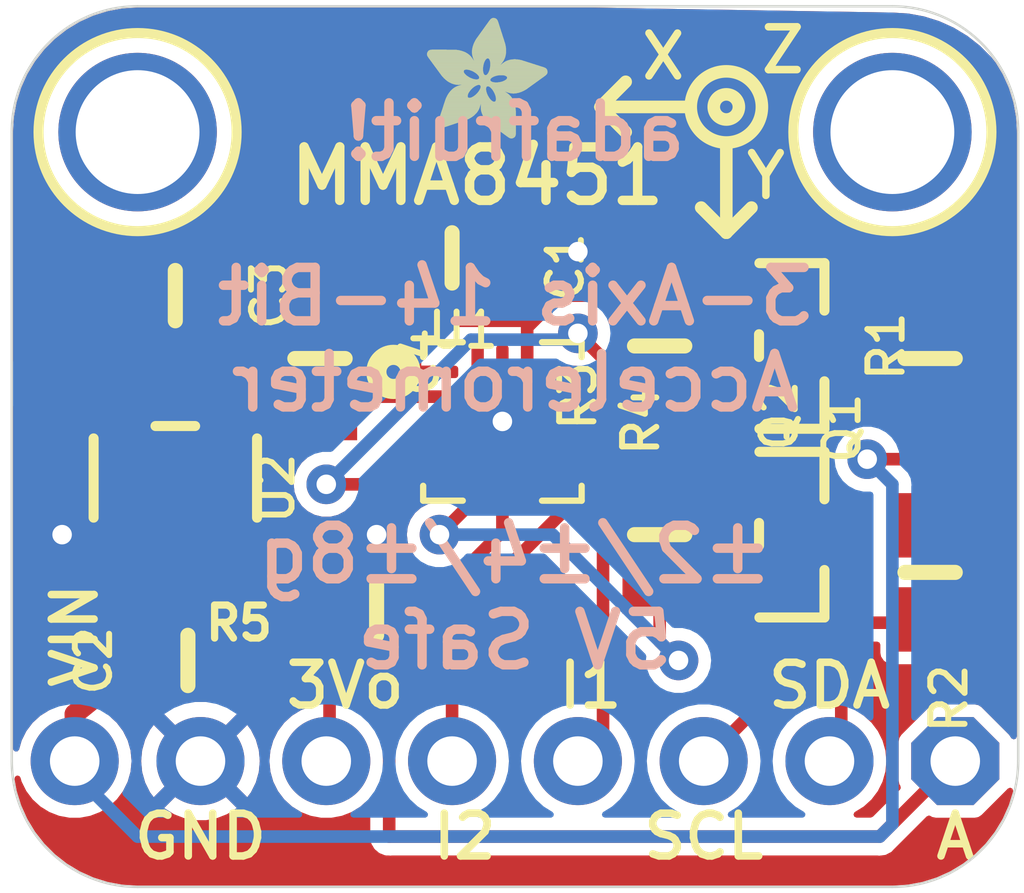
<source format=kicad_pcb>
(kicad_pcb (version 20221018) (generator pcbnew)
  (layers (0 "F.Cu" signal) (31 "B.Cu" signal) (34 "B.Paste" user) (35 "F.Paste" user) (36 "B.SilkS" user "B.Silkscreen") (37 "F.SilkS" user "F.Silkscreen") (38 "B.Mask" user) (39 "F.Mask" user) (44 "Edge.Cuts" user))
  (net 0 "")
  (net 1 "GND")
  (net 2 "SDA_3.3V")
  (net 3 "SCL_3.3V")
  (net 4 "SDA")
  (net 5 "SCL")
  (net 6 "+3V3")
  (net 7 "VIN")
  (net 8 "INT1")
  (net 9 "INT2")
  (net 10 "N$1")
  (net 11 "SA0")
  (footprint "working:0805-NO" (layer "F.Cu") (at 147.2311 101.1936)
    (fp_text reference "C1" (at 2.286 -0.5715 90) (layer "F.SilkS") (effects (font (size 0.692831 0.692831) (thickness 0.119969)) (justify right)))
    (fp_text value "0.1uF")
    (pad "1" smd rect (at -0.95 0) (size 1.3 1.5) (layers "F.Cu" "F.Paste" "F.Mask") (net 6 "+3V3"))
    (pad "2" smd rect (at 0.95 0) (size 1.3 1.5) (layers "F.Cu" "F.Paste" "F.Mask") (net 1 "GND"))
  )
  (footprint "working:MOUNTINGHOLE_2.5_PLATED" (layer "F.Cu") (at 156.1211 98.6536)
    (fp_text reference "U$6" hide)
    (fp_text value "MOUNTINGHOLE2.5" hide)
    (pad "P$1" thru_hole circle (at 0 0) (size 3.2 3.2) (drill 2.5) (layers "*.Cu" "*.Mask"))
    (zone (net 0) (net_name "") (layer "F.Cu") (connect_pads (clearance 0)) (min_thickness 0.25)
      (keepout (tracks not_allowed) (vias not_allowed) (pads not_allowed) (copperpour not_allowed) (footprints allowed))
      (fill (thermal_gap 0.5) (thermal_bridge_width 0.5))
      (polygon (pts (xy 158.1371 98.6536) (xy 158.11748 98.373027) (xy 158.059004 98.097915) (xy 157.962808 97.833619) (xy 157.830765 97.585283) (xy 157.665446 97.35774) (xy 157.470067 97.15542) (xy 157.248433 96.98226) (xy 157.004856 96.841631) (xy 156.744078 96.73627) (xy 156.471175 96.668228) (xy 156.191457 96.638828) (xy 155.910371 96.648644) (xy 155.633385 96.697484) (xy 155.365893 96.784397) (xy 155.1131 96.907693) (xy 154.879926 97.06497) (xy 154.670911 97.253169) (xy 154.490122 97.468625) (xy 154.341078 97.707145) (xy 154.22668 97.964087) (xy 154.149154 98.23445) (xy 154.110011 98.512971) (xy 154.110011 98.794229) (xy 154.149154 99.07275) (xy 154.22668 99.343113) (xy 154.341078 99.600055) (xy 154.490122 99.838575) (xy 154.670911 100.054031) (xy 154.879926 100.24223) (xy 155.1131 100.399507) (xy 155.365893 100.522803) (xy 155.633385 100.609716) (xy 155.910371 100.658556) (xy 156.191457 100.668372) (xy 156.471175 100.638972) (xy 156.744078 100.57093) (xy 157.004856 100.465569) (xy 157.248433 100.32494) (xy 157.470067 100.15178) (xy 157.665446 99.94946) (xy 157.830765 99.721917) (xy 157.962808 99.473581) (xy 158.059004 99.209285) (xy 158.11748 98.934173)))
      (polygon (pts (xy 156.1051 98.6536) (xy 156.109786 98.664914) (xy 156.1211 98.6696) (xy 156.132414 98.664914) (xy 156.1371 98.6536) (xy 156.132414 98.642286) (xy 156.1211 98.6376) (xy 156.109786 98.642286)))
    )
    (zone (net 0) (net_name "") (layer "B.Cu") (connect_pads (clearance 0)) (min_thickness 0.25)
      (keepout (tracks not_allowed) (vias not_allowed) (pads not_allowed) (copperpour not_allowed) (footprints allowed))
      (fill (thermal_gap 0.5) (thermal_bridge_width 0.5))
      (polygon (pts (xy 158.1371 98.6536) (xy 158.11748 98.373027) (xy 158.059004 98.097915) (xy 157.962808 97.833619) (xy 157.830765 97.585283) (xy 157.665446 97.35774) (xy 157.470067 97.15542) (xy 157.248433 96.98226) (xy 157.004856 96.841631) (xy 156.744078 96.73627) (xy 156.471175 96.668228) (xy 156.191457 96.638828) (xy 155.910371 96.648644) (xy 155.633385 96.697484) (xy 155.365893 96.784397) (xy 155.1131 96.907693) (xy 154.879926 97.06497) (xy 154.670911 97.253169) (xy 154.490122 97.468625) (xy 154.341078 97.707145) (xy 154.22668 97.964087) (xy 154.149154 98.23445) (xy 154.110011 98.512971) (xy 154.110011 98.794229) (xy 154.149154 99.07275) (xy 154.22668 99.343113) (xy 154.341078 99.600055) (xy 154.490122 99.838575) (xy 154.670911 100.054031) (xy 154.879926 100.24223) (xy 155.1131 100.399507) (xy 155.365893 100.522803) (xy 155.633385 100.609716) (xy 155.910371 100.658556) (xy 156.191457 100.668372) (xy 156.471175 100.638972) (xy 156.744078 100.57093) (xy 157.004856 100.465569) (xy 157.248433 100.32494) (xy 157.470067 100.15178) (xy 157.665446 99.94946) (xy 157.830765 99.721917) (xy 157.962808 99.473581) (xy 158.059004 99.209285) (xy 158.11748 98.934173)))
      (polygon (pts (xy 156.1051 98.6536) (xy 156.109786 98.664914) (xy 156.1211 98.6696) (xy 156.132414 98.664914) (xy 156.1371 98.6536) (xy 156.132414 98.642286) (xy 156.1211 98.6376) (xy 156.109786 98.642286)))
    )
  )
  (footprint "working:0805-NO" (layer "F.Cu") (at 151.4221 102.9716 90)
    (fp_text reference "R3" (at -0.254 -1.651 90) (layer "F.SilkS") (effects (font (size 0.692831 0.692831) (thickness 0.119969)) (justify right)))
    (fp_text value "10K")
    (pad "1" smd rect (at -0.95 0 90) (size 1.3 1.5) (layers "F.Cu" "F.Paste" "F.Mask") (net 3 "SCL_3.3V"))
    (pad "2" smd rect (at 0.95 0 90) (size 1.3 1.5) (layers "F.Cu" "F.Paste" "F.Mask") (net 6 "+3V3"))
  )
  (footprint "working:0805-NO" (layer "F.Cu") (at 151.4221 106.7816 -90)
    (fp_text reference "R4" (at -3.048 0.381 90) (layer "F.SilkS") (effects (font (size 0.692831 0.692831) (thickness 0.119969)) (justify right)))
    (fp_text value "10K")
    (pad "1" smd rect (at -0.95 0 270) (size 1.3 1.5) (layers "F.Cu" "F.Paste" "F.Mask") (net 6 "+3V3"))
    (pad "2" smd rect (at 0.95 0 270) (size 1.3 1.5) (layers "F.Cu" "F.Paste" "F.Mask") (net 2 "SDA_3.3V"))
  )
  (footprint "working:1X08_ROUND_70" (layer "F.Cu") (at 148.5011 111.3536 180)
    (fp_text reference "JP1" hide)
    (fp_text value "")
    (pad "1" thru_hole roundrect (at -8.89 0 270) (size 1.778 1.778) (drill 1) (layers "*.Cu" "*.Mask") (chamfer_ratio 0.2928932188) (chamfer top_left top_right bottom_left bottom_right) (net 11 "SA0"))
    (pad "2" thru_hole circle (at -6.35 0 270) (size 1.778 1.778) (drill 1) (layers "*.Cu" "*.Mask") (net 4 "SDA"))
    (pad "3" thru_hole circle (at -3.81 0 270) (size 1.778 1.778) (drill 1) (layers "*.Cu" "*.Mask") (net 5 "SCL"))
    (pad "4" thru_hole circle (at -1.27 0 270) (size 1.778 1.778) (drill 1) (layers "*.Cu" "*.Mask") (net 8 "INT1"))
    (pad "5" thru_hole circle (at 1.27 0 270) (size 1.778 1.778) (drill 1) (layers "*.Cu" "*.Mask") (net 9 "INT2"))
    (pad "6" thru_hole circle (at 3.81 0 270) (size 1.778 1.778) (drill 1) (layers "*.Cu" "*.Mask") (net 6 "+3V3"))
    (pad "7" thru_hole circle (at 6.35 0 270) (size 1.778 1.778) (drill 1) (layers "*.Cu" "*.Mask") (net 1 "GND"))
    (pad "8" thru_hole circle (at 8.89 0 270) (size 1.778 1.778) (drill 1) (layers "*.Cu" "*.Mask") (net 7 "VIN"))
  )
  (footprint "working:SOT23-5" (layer "F.Cu") (at 141.6431 105.6386)
    (fp_text reference "U2" (at 2.032 -0.562 90) (layer "F.SilkS") (effects (font (size 0.692831 0.692831) (thickness 0.119969)) (justify right)))
    (fp_text value "MIC5225-3.3")
    (pad "1" smd rect (at -0.95 1.3001) (size 0.55 1.2) (layers "F.Cu" "F.Paste" "F.Mask") (net 7 "VIN"))
    (pad "2" smd rect (at 0 1.3001) (size 0.55 1.2) (layers "F.Cu" "F.Paste" "F.Mask") (net 1 "GND"))
    (pad "3" smd rect (at 0.95 1.3001) (size 0.55 1.2) (layers "F.Cu" "F.Paste" "F.Mask") (net 7 "VIN"))
    (pad "4" smd rect (at 0.95 -1.3001) (size 0.55 1.2) (layers "F.Cu" "F.Paste" "F.Mask"))
    (pad "5" smd rect (at -0.95 -1.3001) (size 0.55 1.2) (layers "F.Cu" "F.Paste" "F.Mask") (net 6 "+3V3"))
  )
  (footprint "working:MOUNTINGHOLE_2.5_PLATED" (layer "F.Cu") (at 140.8811 98.6536)
    (fp_text reference "U$3" hide)
    (fp_text value "MOUNTINGHOLE2.5" hide)
    (pad "P$1" thru_hole circle (at 0 0) (size 3.2 3.2) (drill 2.5) (layers "*.Cu" "*.Mask"))
    (zone (net 0) (net_name "") (layer "F.Cu") (connect_pads (clearance 0)) (min_thickness 0.25)
      (keepout (tracks not_allowed) (vias not_allowed) (pads not_allowed) (copperpour not_allowed) (footprints allowed))
      (fill (thermal_gap 0.5) (thermal_bridge_width 0.5))
      (polygon (pts (xy 142.8971 98.6536) (xy 142.87748 98.373027) (xy 142.819004 98.097915) (xy 142.722808 97.833619) (xy 142.590765 97.585283) (xy 142.425446 97.35774) (xy 142.230067 97.15542) (xy 142.008433 96.98226) (xy 141.764856 96.841631) (xy 141.504078 96.73627) (xy 141.231175 96.668228) (xy 140.951457 96.638828) (xy 140.670371 96.648644) (xy 140.393385 96.697484) (xy 140.125893 96.784397) (xy 139.8731 96.907693) (xy 139.639926 97.06497) (xy 139.430911 97.253169) (xy 139.250122 97.468625) (xy 139.101078 97.707145) (xy 138.98668 97.964087) (xy 138.909154 98.23445) (xy 138.870011 98.512971) (xy 138.870011 98.794229) (xy 138.909154 99.07275) (xy 138.98668 99.343113) (xy 139.101078 99.600055) (xy 139.250122 99.838575) (xy 139.430911 100.054031) (xy 139.639926 100.24223) (xy 139.8731 100.399507) (xy 140.125893 100.522803) (xy 140.393385 100.609716) (xy 140.670371 100.658556) (xy 140.951457 100.668372) (xy 141.231175 100.638972) (xy 141.504078 100.57093) (xy 141.764856 100.465569) (xy 142.008433 100.32494) (xy 142.230067 100.15178) (xy 142.425446 99.94946) (xy 142.590765 99.721917) (xy 142.722808 99.473581) (xy 142.819004 99.209285) (xy 142.87748 98.934173)))
      (polygon (pts (xy 140.8651 98.6536) (xy 140.869786 98.664914) (xy 140.8811 98.6696) (xy 140.892414 98.664914) (xy 140.8971 98.6536) (xy 140.892414 98.642286) (xy 140.8811 98.6376) (xy 140.869786 98.642286)))
    )
    (zone (net 0) (net_name "") (layer "B.Cu") (connect_pads (clearance 0)) (min_thickness 0.25)
      (keepout (tracks not_allowed) (vias not_allowed) (pads not_allowed) (copperpour not_allowed) (footprints allowed))
      (fill (thermal_gap 0.5) (thermal_bridge_width 0.5))
      (polygon (pts (xy 142.8971 98.6536) (xy 142.87748 98.373027) (xy 142.819004 98.097915) (xy 142.722808 97.833619) (xy 142.590765 97.585283) (xy 142.425446 97.35774) (xy 142.230067 97.15542) (xy 142.008433 96.98226) (xy 141.764856 96.841631) (xy 141.504078 96.73627) (xy 141.231175 96.668228) (xy 140.951457 96.638828) (xy 140.670371 96.648644) (xy 140.393385 96.697484) (xy 140.125893 96.784397) (xy 139.8731 96.907693) (xy 139.639926 97.06497) (xy 139.430911 97.253169) (xy 139.250122 97.468625) (xy 139.101078 97.707145) (xy 138.98668 97.964087) (xy 138.909154 98.23445) (xy 138.870011 98.512971) (xy 138.870011 98.794229) (xy 138.909154 99.07275) (xy 138.98668 99.343113) (xy 139.101078 99.600055) (xy 139.250122 99.838575) (xy 139.430911 100.054031) (xy 139.639926 100.24223) (xy 139.8731 100.399507) (xy 140.125893 100.522803) (xy 140.393385 100.609716) (xy 140.670371 100.658556) (xy 140.951457 100.668372) (xy 141.231175 100.638972) (xy 141.504078 100.57093) (xy 141.764856 100.465569) (xy 142.008433 100.32494) (xy 142.230067 100.15178) (xy 142.425446 99.94946) (xy 142.590765 99.721917) (xy 142.722808 99.473581) (xy 142.819004 99.209285) (xy 142.87748 98.934173)))
      (polygon (pts (xy 140.8651 98.6536) (xy 140.869786 98.664914) (xy 140.8811 98.6696) (xy 140.892414 98.664914) (xy 140.8971 98.6536) (xy 140.892414 98.642286) (xy 140.8811 98.6376) (xy 140.869786 98.642286)))
    )
  )
  (footprint "working:0805-NO" (layer "F.Cu") (at 156.8831 103.2256 -90)
    (fp_text reference "R1" (at 0.508 0.889 90) (layer "F.SilkS") (effects (font (size 0.692831 0.692831) (thickness 0.119969)) (justify left)))
    (fp_text value "10K")
    (pad "1" smd rect (at -0.95 0 270) (size 1.3 1.5) (layers "F.Cu" "F.Paste" "F.Mask") (net 5 "SCL"))
    (pad "2" smd rect (at 0.95 0 270) (size 1.3 1.5) (layers "F.Cu" "F.Paste" "F.Mask") (net 7 "VIN"))
  )
  (footprint "working:FIDUCIAL_1MM" (layer "F.Cu") (at 139.1031 103.7336)
    (fp_text reference "FID1" hide)
    (fp_text value "FIDUCIAL\"\"" hide)
    (pad "1" smd roundrect (at 0 0) (size 1 1) (layers "F.Cu" "F.Mask") (roundrect_rratio 0.5))
  )
  (footprint "working:0805-NO" (layer "F.Cu") (at 141.6431 101.9556)
    (fp_text reference "C3" (at 1.905 -0.762 90) (layer "F.SilkS") (effects (font (size 0.692831 0.692831) (thickness 0.119969)) (justify right)))
    (fp_text value "10uF")
    (pad "1" smd rect (at -0.95 0) (size 1.3 1.5) (layers "F.Cu" "F.Paste" "F.Mask") (net 6 "+3V3"))
    (pad "2" smd rect (at 0.95 0) (size 1.3 1.5) (layers "F.Cu" "F.Paste" "F.Mask") (net 1 "GND"))
  )
  (footprint "working:FIDUCIAL_1MM" (layer "F.Cu") (at 149.1361 108.3056)
    (fp_text reference "FID2" hide)
    (fp_text value "FIDUCIAL\"\"" hide)
    (pad "1" smd roundrect (at 0 0) (size 1 1) (layers "F.Cu" "F.Mask") (roundrect_rratio 0.5))
  )
  (footprint "working:ADAFRUIT_2.5MM" (layer "F.Cu") (at 146.7231 98.7806)
    (fp_text reference "U$10" hide)
    (fp_text value "" hide)
  )
  (footprint "working:0805-NO" (layer "F.Cu") (at 141.8971 109.3216)
    (fp_text reference "C2" (at -1.905 0.762 90) (layer "F.SilkS") (effects (font (size 0.692831 0.692831) (thickness 0.119969)) (justify left)))
    (fp_text value "10uF")
    (pad "1" smd rect (at -0.95 0) (size 1.3 1.5) (layers "F.Cu" "F.Paste" "F.Mask") (net 7 "VIN"))
    (pad "2" smd rect (at 0.95 0) (size 1.3 1.5) (layers "F.Cu" "F.Paste" "F.Mask") (net 1 "GND"))
  )
  (footprint "working:SOT23-WIDE" (layer "F.Cu") (at 154.0891 106.7816 -90)
    (fp_text reference "Q2" (at -3.175 0.254 90) (layer "F.SilkS") (effects (font (size 0.692831 0.692831) (thickness 0.119969)) (justify right)))
    (fp_text value "BSS138")
    (pad "1" smd rect (at -0.95 1 270) (size 1 1.2) (layers "F.Cu" "F.Paste" "F.Mask") (net 6 "+3V3"))
    (pad "2" smd rect (at 0.95 1 270) (size 1 1.2) (layers "F.Cu" "F.Paste" "F.Mask") (net 2 "SDA_3.3V"))
    (pad "3" smd rect (at 0 -1 270) (size 1 1.2) (layers "F.Cu" "F.Paste" "F.Mask") (net 4 "SDA"))
  )
  (footprint "working:SOT23-WIDE" (layer "F.Cu") (at 154.0891 102.9716 -90)
    (fp_text reference "Q1" (at 0.889 -1.016 90) (layer "F.SilkS") (effects (font (size 0.692831 0.692831) (thickness 0.119969)) (justify right)))
    (fp_text value "BSS138")
    (pad "1" smd rect (at -0.95 1 270) (size 1 1.2) (layers "F.Cu" "F.Paste" "F.Mask") (net 6 "+3V3"))
    (pad "2" smd rect (at 0.95 1 270) (size 1 1.2) (layers "F.Cu" "F.Paste" "F.Mask") (net 3 "SCL_3.3V"))
    (pad "3" smd rect (at 0 -1 270) (size 1 1.2) (layers "F.Cu" "F.Paste" "F.Mask") (net 5 "SCL"))
  )
  (footprint "working:0805-NO" (layer "F.Cu") (at 145.7071 108.3056 180)
    (fp_text reference "R5" (at 2.032 0.127 180) (layer "F.SilkS") (effects (font (size 0.666496 0.666496) (thickness 0.146304)) (justify right top)))
    (fp_text value "10K")
    (pad "1" smd rect (at -0.95 0 180) (size 1.3 1.5) (layers "F.Cu" "F.Paste" "F.Mask") (net 11 "SA0"))
    (pad "2" smd rect (at 0.95 0 180) (size 1.3 1.5) (layers "F.Cu" "F.Paste" "F.Mask") (net 6 "+3V3"))
  )
  (footprint "working:MMA845X_QFN_16MM" (layer "F.Cu") (at 148.2471 104.4956)
    (fp_text reference "U1" (at -1.565 -1.84) (layer "F.SilkS") (effects (font (size 0.692831 0.692831) (thickness 0.119969)) (justify left)))
    (fp_text value "MMA8451")
    (pad "1" smd roundrect (at -1.2165 -1) (size 0.65 0.25) (layers "F.Cu" "F.Paste" "F.Mask") (net 6 "+3V3"))
    (pad "2" smd roundrect (at -1.2165 -0.5) (size 0.65 0.25) (layers "F.Cu" "F.Paste" "F.Mask") (net 10 "N$1"))
    (pad "3" smd roundrect (at -1.2165 0) (size 0.65 0.25) (layers "F.Cu" "F.Paste" "F.Mask"))
    (pad "4" smd roundrect (at -1.2165 0.5) (size 0.65 0.25) (layers "F.Cu" "F.Paste" "F.Mask") (net 3 "SCL_3.3V"))
    (pad "5" smd roundrect (at -1.2165 1) (size 0.65 0.25) (layers "F.Cu" "F.Paste" "F.Mask") (net 1 "GND"))
    (pad "6" smd roundrect (at -0.5 1.2165 90) (size 0.65 0.25) (layers "F.Cu" "F.Paste" "F.Mask") (net 2 "SDA_3.3V"))
    (pad "7" smd roundrect (at 0 1.2165 90) (size 0.65 0.25) (layers "F.Cu" "F.Paste" "F.Mask") (net 11 "SA0"))
    (pad "8" smd roundrect (at 0.5 1.2165 90) (size 0.65 0.25) (layers "F.Cu" "F.Paste" "F.Mask"))
    (pad "9" smd roundrect (at 1.2165 1 180) (size 0.65 0.25) (layers "F.Cu" "F.Paste" "F.Mask") (net 9 "INT2"))
    (pad "10" smd roundrect (at 1.2165 0.5 180) (size 0.65 0.25) (layers "F.Cu" "F.Paste" "F.Mask") (net 1 "GND"))
    (pad "11" smd roundrect (at 1.2165 0 180) (size 0.65 0.25) (layers "F.Cu" "F.Paste" "F.Mask") (net 8 "INT1"))
    (pad "12" smd roundrect (at 1.2165 -0.5 180) (size 0.65 0.25) (layers "F.Cu" "F.Paste" "F.Mask") (net 1 "GND"))
    (pad "13" smd roundrect (at 1.2165 -1 180) (size 0.65 0.25) (layers "F.Cu" "F.Paste" "F.Mask"))
    (pad "14" smd roundrect (at 0.5 -1.2165 270) (size 0.65 0.25) (layers "F.Cu" "F.Paste" "F.Mask") (net 6 "+3V3"))
    (pad "15" smd roundrect (at 0 -1.2165 270) (size 0.65 0.25) (layers "F.Cu" "F.Paste" "F.Mask"))
    (pad "16" smd roundrect (at -0.5 -1.2165 270) (size 0.65 0.25) (layers "F.Cu" "F.Paste" "F.Mask"))
  )
  (footprint "working:0805-NO" (layer "F.Cu") (at 156.8831 107.5436 -90)
    (fp_text reference "R2" (at 3.302 -0.381 90) (layer "F.SilkS") (effects (font (size 0.692831 0.692831) (thickness 0.119969)) (justify left)))
    (fp_text value "10K")
    (pad "1" smd rect (at -0.95 0 270) (size 1.3 1.5) (layers "F.Cu" "F.Paste" "F.Mask") (net 7 "VIN"))
    (pad "2" smd rect (at 0.95 0 270) (size 1.3 1.5) (layers "F.Cu" "F.Paste" "F.Mask") (net 4 "SDA"))
  )
  (footprint "working:0805_10MGAP" (layer "F.Cu") (at 144.5641 103.2256 90)
    (fp_text reference "C4" (at -0.8255 2.032 90) (layer "F.SilkS") (effects (font (size 0.692831 0.692831) (thickness 0.119969)) (justify left)))
    (fp_text value "0.1uF")
    (pad "1" smd rect (at -1.05 0 90) (size 1.2 1.5) (layers "F.Cu" "F.Paste" "F.Mask") (net 10 "N$1"))
    (pad "2" smd rect (at 1.05 0 90) (size 1.2 1.5) (layers "F.Cu" "F.Paste" "F.Mask") (net 1 "GND"))
  )
  (gr_line (start 152.7683 98.9076) (end 152.7683 100.6856) (stroke (width 0.254)) (layer "F.SilkS"))
  (gr_line (start 150.2283 98.1456) (end 150.7363 97.6376) (stroke (width 0.254)) (layer "F.SilkS"))
  (gr_line (start 152.7683 100.6856) (end 153.2763 100.1776) (stroke (width 0.254)) (layer "F.SilkS"))
  (gr_circle (center 152.7683 98.1456) (end 153.486718 98.1456) (stroke (width 0.254)) (fill none) (layer "F.SilkS"))
  (gr_line (start 150.7363 98.6536) (end 150.2283 98.1456) (stroke (width 0.254)) (layer "F.SilkS"))
  (gr_circle (center 152.7683 98.1456) (end 153.0223 98.1456) (stroke (width 0.254)) (fill none) (layer "F.SilkS"))
  (gr_line (start 152.7683 100.6856) (end 152.2603 100.1776) (stroke (width 0.254)) (layer "F.SilkS"))
  (gr_line (start 152.0063 98.1456) (end 150.2283 98.1456) (stroke (width 0.254)) (layer "F.SilkS"))
  (gr_line (start 140.8811 96.1136) (end 156.1211 96.1136) (stroke (width 0.05)) (layer "Edge.Cuts"))
  (gr_arc (start 140.8811 113.8936) (mid 139.085049 113.149651) (end 138.3411 111.3536) (stroke (width 0.05)) (layer "Edge.Cuts"))
  (gr_arc (start 158.6611 111.3536) (mid 157.917151 113.149651) (end 156.1211 113.8936) (stroke (width 0.05)) (layer "Edge.Cuts"))
  (gr_line (start 138.3411 111.3536) (end 138.3411 98.6536) (stroke (width 0.05)) (layer "Edge.Cuts"))
  (gr_line (start 158.6611 98.6536) (end 158.6611 111.3536) (stroke (width 0.05)) (layer "Edge.Cuts"))
  (gr_arc (start 138.3411 98.6536) (mid 139.085049 96.857549) (end 140.8811 96.1136) (stroke (width 0.05)) (layer "Edge.Cuts"))
  (gr_line (start 156.1211 113.8936) (end 140.8811 113.8936) (stroke (width 0.05)) (layer "Edge.Cuts"))
  (gr_arc (start 156.1211 96.1136) (mid 157.917151 96.857549) (end 158.6611 98.6536) (stroke (width 0.05)) (layer "Edge.Cuts"))
  (gr_text "3-Axis 14-Bit\nAccelerometer" (at 148.5011 102.8446) (layer "B.SilkS") (effects (font (size 1.0795 1.0795) (thickness 0.1905)) (justify mirror)))
  (gr_text "±2/±4/±8g\n5V Safe" (at 148.5011 108.0516) (layer "B.SilkS") (effects (font (size 1.0795 1.0795) (thickness 0.1905)) (justify mirror)))
  (gr_text "adafruit!" (at 148.5011 98.6536) (layer "B.SilkS") (effects (font (size 1.0795 1.0795) (thickness 0.1905)) (justify mirror)))
  (gr_text "VIN" (at 139.6111 108.8136 90) (layer "F.SilkS") (effects (font (size 0.8636 0.8636) (thickness 0.1524))))
  (gr_text "Z" (at 154.4193 96.4946) (layer "F.SilkS") (effects (font (size 0.8636 0.8636) (thickness 0.1524)) (justify right top)))
  (gr_text "I2" (at 147.4851 112.8776) (layer "F.SilkS") (effects (font (size 0.8636 0.8636) (thickness 0.1524))))
  (gr_text "SDA" (at 154.8511 109.8296) (layer "F.SilkS") (effects (font (size 0.8636 0.8636) (thickness 0.1524))))
  (gr_text "I1" (at 150.0251 109.8296) (layer "F.SilkS") (effects (font (size 0.8636 0.8636) (thickness 0.1524))))
  (gr_text "SCL" (at 152.3111 112.8776) (layer "F.SilkS") (effects (font (size 0.8636 0.8636) (thickness 0.1524))))
  (gr_text "A" (at 157.3911 112.8776) (layer "F.SilkS") (effects (font (size 0.8636 0.8636) (thickness 0.1524))))
  (gr_text "MMA8451" (at 147.7391 99.5426) (layer "F.SilkS") (effects (font (size 1.0795 1.0795) (thickness 0.1905))))
  (gr_text "X" (at 152.0063 96.6216) (layer "F.SilkS") (effects (font (size 0.8636 0.8636) (thickness 0.1524)) (justify right top)))
  (gr_text "GND" (at 142.1511 112.8776) (layer "F.SilkS") (effects (font (size 0.8636 0.8636) (thickness 0.1524))))
  (gr_text "3Vo" (at 145.0721 109.8296) (layer "F.SilkS") (effects (font (size 0.8636 0.8636) (thickness 0.1524))))
  (gr_text "Y" (at 154.0383 99.0346) (layer "F.SilkS") (effects (font (size 0.8636 0.8636) (thickness 0.1524)) (justify right top)))
  (segment (start 147.0306 105.4956) (end 146.7391 105.4956) (width 0.254) (layer "F.Cu") (net 1))
  (segment (start 148.7551 103.9876) (end 149.4636 103.9876) (width 0.254) (layer "F.Cu") (net 1))
  (segment (start 146.7391 105.4956) (end 146.2151 106.0196) (width 0.254) (layer "F.Cu") (net 1))
  (segment (start 149.4636 103.9876) (end 149.4636 103.9956) (width 0.254) (layer "F.Cu") (net 1))
  (segment (start 148.7551 104.9956) (end 148.7551 103.9876) (width 0.254) (layer "F.Cu") (net 1))
  (segment (start 149.4636 104.9956) (end 148.7551 104.9956) (width 0.254) (layer "F.Cu") (net 1))
  (via (at 145.7071 106.7816) (size 0.8001) (drill 0.3937) (layers "F.Cu" "B.Cu") (net 1))
  (via (at 149.7711 101.0666) (size 0.8001) (drill 0.3937) (layers "F.Cu" "B.Cu") (net 1))
  (via (at 148.2471 104.4956) (size 0.8001) (drill 0.3937) (layers "F.Cu" "B.Cu") (net 1))
  (via (at 139.3571 106.7816) (size 0.8001) (drill 0.3937) (layers "F.Cu" "B.Cu") (net 1))
  (segment (start 147.7471 106.0116) (end 146.9771 106.7816) (width 0.254) (layer "F.Cu") (net 2))
  (segment (start 153.0891 107.7316) (end 151.4221 107.7316) (width 0.254) (layer "F.Cu") (net 2))
  (segment (start 151.8031 109.3216) (end 151.4221 108.9406) (width 0.254) (layer "F.Cu") (net 2))
  (segment (start 147.7471 105.7121) (end 147.7471 106.0116) (width 0.254) (layer "F.Cu") (net 2))
  (segment (start 151.4221 108.9406) (end 151.4221 107.7316) (width 0.254) (layer "F.Cu") (net 2))
  (via (at 146.9771 106.7816) (size 0.8001) (drill 0.3937) (layers "F.Cu" "B.Cu") (net 2))
  (via (at 151.8031 109.3216) (size 0.8001) (drill 0.3937) (layers "F.Cu" "B.Cu") (net 2))
  (segment (start 146.9771 106.7816) (end 149.2631 106.7816) (width 0.254) (layer "B.Cu") (net 2))
  (segment (start 149.2631 106.7816) (end 151.8031 109.3216) (width 0.254) (layer "B.Cu") (net 2))
  (segment (start 146.2231 104.9956) (end 145.4531 105.7656) (width 0.254) (layer "F.Cu") (net 3))
  (segment (start 149.7711 102.7176) (end 150.9751 103.9216) (width 0.254) (layer "F.Cu") (net 3))
  (segment (start 147.0306 104.9956) (end 146.2231 104.9956) (width 0.254) (layer "F.Cu") (net 3))
  (segment (start 150.9751 103.9216) (end 151.4221 103.9216) (width 0.254) (layer "F.Cu") (net 3))
  (segment (start 151.4221 103.9216) (end 153.0891 103.9216) (width 0.254) (layer "F.Cu") (net 3))
  (segment (start 145.4531 105.7656) (end 144.6911 105.7656) (width 0.254) (layer "F.Cu") (net 3))
  (via (at 144.6911 105.7656) (size 0.8001) (drill 0.3937) (layers "F.Cu" "B.Cu") (net 3))
  (via (at 149.7711 102.7176) (size 0.8001) (drill 0.3937) (layers "F.Cu" "B.Cu") (net 3))
  (segment (start 149.5171 102.8446) (end 149.7711 102.7176) (width 0.254) (layer "B.Cu") (net 3))
  (segment (start 144.6911 105.7656) (end 147.6121 102.8446) (width 0.254) (layer "B.Cu") (net 3))
  (segment (start 147.6121 102.8446) (end 149.5171 102.8446) (width 0.254) (layer "B.Cu") (net 3))
  (segment (start 155.0891 111.1156) (end 155.0891 108.5596) (width 0.254) (layer "F.Cu") (net 4))
  (segment (start 155.0891 108.5596) (end 155.0891 106.7816) (width 0.254) (layer "F.Cu") (net 4))
  (segment (start 156.8171 108.5596) (end 155.0891 108.5596) (width 0.254) (layer "F.Cu") (net 4))
  (segment (start 156.8831 108.4936) (end 156.8171 108.5596) (width 0.254) (layer "F.Cu") (net 4))
  (segment (start 154.8511 111.3536) (end 155.0891 111.1156) (width 0.254) (layer "F.Cu") (net 4))
  (segment (start 155.0891 104.5116) (end 155.0891 102.9716) (width 0.254) (layer "F.Cu") (net 5))
  (segment (start 152.3111 111.3536) (end 154.0891 109.5756) (width 0.254) (layer "F.Cu") (net 5))
  (segment (start 155.0891 102.9716) (end 155.7851 102.2756) (width 0.254) (layer "F.Cu") (net 5))
  (segment (start 154.0891 109.5756) (end 154.0891 105.5116) (width 0.254) (layer "F.Cu") (net 5))
  (segment (start 154.0891 105.5116) (end 155.0891 104.5116) (width 0.254) (layer "F.Cu") (net 5))
  (segment (start 155.7851 102.2756) (end 156.8831 102.2756) (width 0.254) (layer "F.Cu") (net 5))
  (segment (start 146.478968 103.100135) (end 146.4691 102.4636) (width 0.254) (layer "F.Cu") (net 6))
  (segment (start 140.6931 104.3385) (end 140.6931 101.9556) (width 0.4064) (layer "F.Cu") (net 6))
  (segment (start 148.7551 102.5906) (end 148.7471 102.4636) (width 0.254) (layer "F.Cu") (net 6))
  (segment (start 146.2811 101.1936) (end 146.2811 102.3976) (width 0.3048) (layer "F.Cu") (net 6))
  (segment (start 144.7571 108.3056) (end 144.7571 111.3536) (width 0.254) (layer "F.Cu") (net 6))
  (segment (start 146.4851 103.4956) (end 146.478968 103.100135) (width 0.254) (layer "F.Cu") (net 6))
  (segment (start 140.6271 104.0235) (end 140.6931 104.3385) (width 0.4064) (layer "F.Cu") (net 6))
  (segment (start 144.7571 108.3056) (end 143.2941 106.8426) (width 0.254) (layer "F.Cu") (net 6))
  (segment (start 149.3901 101.9556) (end 151.3561 101.9556) (width 0.254) (layer "F.Cu") (net 6))
  (segment (start 153.0891 102.0216) (end 154.0891 103.0216) (width 0.254) (layer "F.Cu") (net 6))
  (segment (start 149.3901 101.9556) (end 148.7551 102.5906) (width 0.254) (layer "F.Cu") (net 6))
  (segment (start 143.2941 106.8426) (end 143.2941 103.2256) (width 0.254) (layer "F.Cu") (net 6))
  (segment (start 148.7471 102.4636) (end 146.4691 102.4636) (width 0.254) (layer "F.Cu") (net 6))
  (segment (start 143.2941 103.2256) (end 140.6271 103.2256) (width 0.4064) (layer "F.Cu") (net 6))
  (segment (start 151.4221 105.8316) (end 153.0891 105.8316) (width 0.254) (layer "F.Cu") (net 6))
  (segment (start 140.6271 103.2256) (end 140.6271 104.0235) (width 0.4064) (layer "F.Cu") (net 6))
  (segment (start 154.0891 104.8316) (end 153.0891 105.8316) (width 0.254) (layer "F.Cu") (net 6))
  (segment (start 151.4221 102.0216) (end 153.0891 102.0216) (width 0.254) (layer "F.Cu") (net 6))
  (segment (start 146.478968 103.100135) (end 146.353503 103.2256) (width 0.3048) (layer "F.Cu") (net 6))
  (segment (start 151.3561 101.9556) (end 151.4221 102.0216) (width 0.254) (layer "F.Cu") (net 6))
  (segment (start 144.7571 111.3536) (end 144.6911 111.3536) (width 0.254) (layer "F.Cu") (net 6))
  (segment (start 147.0306 103.4956) (end 146.4851 103.4956) (width 0.254) (layer "F.Cu") (net 6))
  (segment (start 146.2811 102.3976) (end 146.4691 102.4636) (width 0.3048) (layer "F.Cu") (net 6))
  (segment (start 154.0891 103.0216) (end 154.0891 104.8316) (width 0.254) (layer "F.Cu") (net 6))
  (segment (start 148.7471 103.2791) (end 148.7471 102.4636) (width 0.254) (layer "F.Cu") (net 6))
  (segment (start 146.353503 103.2256) (end 143.2941 103.2256) (width 0.3048) (layer "F.Cu") (net 6))
  (segment (start 156.8831 105.2576) (end 155.6131 105.2576) (width 0.254) (layer "F.Cu") (net 7))
  (segment (start 140.6931 108.8136) (end 140.6931 108.0516) (width 0.4064) (layer "F.Cu") (net 7))
  (segment (start 156.8831 105.2576) (end 156.8831 104.1756) (width 0.254) (layer "F.Cu") (net 7))
  (segment (start 156.8831 106.5936) (end 156.8831 105.2576) (width 0.254) (layer "F.Cu") (net 7))
  (segment (start 140.9471 109.3216) (end 140.6931 108.8136) (width 0.4064) (layer "F.Cu") (net 7))
  (segment (start 139.6111 110.4036) (end 140.9471 109.3216) (width 0.4064) (layer "F.Cu") (net 7))
  (segment (start 139.6111 111.3536) (end 139.6111 110.4036) (width 0.4064) (layer "F.Cu") (net 7))
  (segment (start 142.5931 106.9387) (end 142.5931 108.0516) (width 0.4064) (layer "F.Cu") (net 7))
  (segment (start 142.5931 108.0516) (end 140.6931 108.0516) (width 0.4064) (layer "F.Cu") (net 7))
  (segment (start 140.6931 108.0516) (end 140.6931 106.9387) (width 0.4064) (layer "F.Cu") (net 7))
  (via (at 155.6131 105.2576) (size 0.8001) (drill 0.3937) (layers "F.Cu" "B.Cu") (net 7))
  (segment (start 155.6131 105.2576) (end 156.1211 105.7656) (width 0.254) (layer "B.Cu") (net 7))
  (segment (start 140.8811 112.8776) (end 139.6111 111.6076) (width 0.254) (layer "B.Cu") (net 7))
  (segment (start 156.1211 105.7656) (end 156.1211 112.6236) (width 0.254) (layer "B.Cu") (net 7))
  (segment (start 156.1211 112.6236) (end 155.8671 112.8776) (width 0.254) (layer "B.Cu") (net 7))
  (segment (start 155.8671 112.8776) (end 140.8811 112.8776) (width 0.254) (layer "B.Cu") (net 7))
  (segment (start 139.6111 111.6076) (end 139.6111 111.3536) (width 0.254) (layer "B.Cu") (net 7))
  (segment (start 150.2791 104.7496) (end 150.2791 110.8456) (width 0.254) (layer "F.Cu") (net 8))
  (segment (start 149.4636 104.4956) (end 150.0251 104.4956) (width 0.254) (layer "F.Cu") (net 8))
  (segment (start 150.2791 110.8456) (end 149.7711 111.3536) (width 0.254) (layer "F.Cu") (net 8))
  (segment (start 150.0251 104.4956) (end 150.2791 104.7496) (width 0.254) (layer "F.Cu") (net 8))
  (segment (start 147.2311 109.8296) (end 147.2311 111.3536) (width 0.254) (layer "F.Cu") (net 9))
  (segment (start 147.7391 108.0516) (end 147.7391 109.3216) (width 0.254) (layer "F.Cu") (net 9))
  (segment (start 147.7391 109.3216) (end 147.2311 109.8296) (width 0.254) (layer "F.Cu") (net 9))
  (segment (start 149.4636 106.3271) (end 147.7391 108.0516) (width 0.254) (layer "F.Cu") (net 9))
  (segment (start 149.4636 105.4956) (end 149.4636 106.3271) (width 0.254) (layer "F.Cu") (net 9))
  (segment (start 145.1301 103.9956) (end 144.5641 104.2756) (width 0.254) (layer "F.Cu") (net 10))
  (segment (start 147.0306 103.9956) (end 145.1301 103.9956) (width 0.254) (layer "F.Cu") (net 10))
  (segment (start 145.9611 112.8776) (end 145.9611 110.0836) (width 0.254) (layer "F.Cu") (net 11))
  (segment (start 145.9611 110.0836) (end 146.6571 109.3876) (width 0.254) (layer "F.Cu") (net 11))
  (segment (start 155.8671 112.8776) (end 145.9611 112.8776) (width 0.254) (layer "F.Cu") (net 11))
  (segment (start 146.6571 109.3876) (end 146.6571 108.3056) (width 0.254) (layer "F.Cu") (net 11))
  (segment (start 148.2471 105.7121) (end 148.2471 106.7156) (width 0.254) (layer "F.Cu") (net 11))
  (segment (start 157.3911 111.3536) (end 155.8671 112.8776) (width 0.254) (layer "F.Cu") (net 11))
  (segment (start 148.2471 106.7156) (end 146.6571 108.3056) (width 0.254) (layer "F.Cu") (net 11))
  (zone (net 1) (net_name "GND") (layer "F.Cu") (priority 6) (connect_pads (clearance 0.254)) (min_thickness 0.127) (fill yes (thermal_gap 0.304) (thermal_bridge_width 0.304))
    (polygon (pts (xy 156.125994 96.240664) (xy 156.442599 96.259815) (xy 156.759411 96.317873) (xy 157.066913 96.413695) (xy 157.360625 96.545884) (xy 157.63626 96.712511) (xy 157.889802 96.911148) (xy 158.117552 97.138898) (xy 158.316189 97.39244) (xy 158.482816 97.668075) (xy 158.615005 97.961787) (xy 158.710827 98.269289) (xy 158.768885 98.586101) (xy 158.7881 98.903763) (xy 158.7881 111.357437) (xy 158.768885 111.675099) (xy 158.710827 111.991911) (xy 158.615005 112.299413) (xy 158.482816 112.593125) (xy 158.316189 112.86876) (xy 158.117552 113.122302) (xy 157.889802 113.350052) (xy 157.63626 113.548689) (xy 157.360625 113.715316) (xy 157.066913 113.847505) (xy 156.759411 113.943327) (xy 156.442599 114.001385) (xy 156.124937 114.0206) (xy 140.877263 114.0206) (xy 140.559601 114.001385) (xy 140.242789 113.943327) (xy 139.935287 113.847505) (xy 139.641575 113.715316) (xy 139.36594 113.548689) (xy 139.112398 113.350052) (xy 138.884648 113.122302) (xy 138.686011 112.86876) (xy 138.519384 112.593125) (xy 138.387195 112.299413) (xy 138.291373 111.991911) (xy 138.233315 111.675099) (xy 138.2141 111.357437) (xy 138.2141 98.649763) (xy 138.233315 98.332101) (xy 138.291373 98.015289) (xy 138.387195 97.707787) (xy 138.519384 97.414075) (xy 138.686011 97.13844) (xy 138.884648 96.884898) (xy 139.112398 96.657148) (xy 139.36594 96.458511) (xy 139.641575 96.291884) (xy 139.935287 96.159695) (xy 140.242789 96.063873) (xy 140.559601 96.005815) (xy 140.87832 95.986536)))
  )
  (zone (net 1) (net_name "GND") (layer "B.Cu") (priority 6) (connect_pads (clearance 0.254)) (min_thickness 0.127) (fill yes (thermal_gap 0.304) (thermal_bridge_width 0.304))
    (polygon (pts (xy 156.125994 96.240664) (xy 156.442599 96.259815) (xy 156.759411 96.317873) (xy 157.066913 96.413695) (xy 157.360625 96.545884) (xy 157.63626 96.712511) (xy 157.889802 96.911148) (xy 158.117552 97.138898) (xy 158.316189 97.39244) (xy 158.482816 97.668075) (xy 158.615005 97.961787) (xy 158.710827 98.269289) (xy 158.768885 98.586101) (xy 158.7881 98.903763) (xy 158.7881 111.357437) (xy 158.768885 111.675099) (xy 158.710827 111.991911) (xy 158.615005 112.299413) (xy 158.482816 112.593125) (xy 158.316189 112.86876) (xy 158.117552 113.122302) (xy 157.889802 113.350052) (xy 157.63626 113.548689) (xy 157.360625 113.715316) (xy 157.066913 113.847505) (xy 156.759411 113.943327) (xy 156.442599 114.001385) (xy 156.124937 114.0206) (xy 140.877263 114.0206) (xy 140.559601 114.001385) (xy 140.242789 113.943327) (xy 139.935287 113.847505) (xy 139.641575 113.715316) (xy 139.36594 113.548689) (xy 139.112398 113.350052) (xy 138.884648 113.122302) (xy 138.686011 112.86876) (xy 138.519384 112.593125) (xy 138.387195 112.299413) (xy 138.291373 111.991911) (xy 138.233315 111.675099) (xy 138.2141 111.357437) (xy 138.2141 98.649763) (xy 138.233315 98.332101) (xy 138.291373 98.015289) (xy 138.387195 97.707787) (xy 138.519384 97.414075) (xy 138.686011 97.13844) (xy 138.884648 96.884898) (xy 139.112398 96.657148) (xy 139.36594 96.458511) (xy 139.641575 96.291884) (xy 139.935287 96.159695) (xy 140.242789 96.063873) (xy 140.559601 96.005815) (xy 140.87832 95.986536)))
  )
)
</source>
